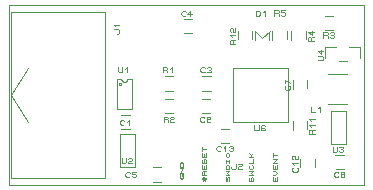
<source format=gbr>
G04 PROTEUS GERBER X2 FILE*
%TF.GenerationSoftware,Labcenter,Proteus,8.5-SP0-Build22067*%
%TF.CreationDate,2018-05-10T14:10:55+00:00*%
%TF.FileFunction,Legend,Top*%
%TF.FilePolarity,Positive*%
%TF.Part,Single*%
%FSLAX45Y45*%
%MOMM*%
G01*
%TA.AperFunction,Profile*%
%ADD28C,0.101600*%
%TA.AperFunction,Material*%
%ADD73C,0.101600*%
D28*
X-1490000Y-760000D02*
X+1510000Y-760000D01*
X+1510000Y+760000D01*
X-1490000Y+760000D01*
X-1490000Y-760000D01*
D73*
X-1480000Y+700000D02*
X-1480000Y-700000D01*
X-680000Y-700000D01*
X-680000Y+700000D01*
X-1480000Y+700000D01*
X-1480000Y+0D02*
X-1330000Y-230000D01*
X-1480000Y+0D02*
X-1330000Y+230000D01*
X-578740Y+519200D02*
X-571120Y+519200D01*
X-563500Y+525550D01*
X-563500Y+550950D01*
X-571120Y+557300D01*
X-609220Y+557300D01*
X-593980Y+582700D02*
X-609220Y+595400D01*
X-563500Y+595400D01*
X-583080Y+134960D02*
X-583080Y-115040D01*
X-580600Y-116300D02*
X-453600Y-116300D01*
X-453080Y-115040D02*
X-453080Y+134960D01*
X-543080Y+134960D02*
X-537299Y+120741D01*
X-523080Y+114960D01*
X-493080Y+134960D02*
X-498861Y+120741D01*
X-513080Y+114960D01*
X-493080Y+134960D02*
X-453080Y+134960D01*
X-543080Y+134960D02*
X-583080Y+134960D01*
X-523080Y+114960D02*
X-513080Y+114960D01*
X-543080Y+94960D02*
X-543115Y+95791D01*
X-543396Y+97455D01*
X-543986Y+99119D01*
X-544950Y+100783D01*
X-546425Y+102424D01*
X-548089Y+103625D01*
X-549753Y+104390D01*
X-551417Y+104821D01*
X-553080Y+104960D01*
X-563080Y+94960D02*
X-563045Y+95791D01*
X-562764Y+97455D01*
X-562174Y+99119D01*
X-561210Y+100783D01*
X-559735Y+102424D01*
X-558071Y+103625D01*
X-556407Y+104390D01*
X-554743Y+104821D01*
X-553080Y+104960D01*
X-563080Y+94960D02*
X-563045Y+94129D01*
X-562764Y+92465D01*
X-562174Y+90801D01*
X-561210Y+89137D01*
X-559735Y+87496D01*
X-558071Y+86295D01*
X-556407Y+85530D01*
X-554743Y+85099D01*
X-553080Y+84960D01*
X-543080Y+94960D02*
X-543115Y+94129D01*
X-543396Y+92465D01*
X-543986Y+90801D01*
X-544950Y+89137D01*
X-546425Y+87496D01*
X-548089Y+86295D01*
X-549753Y+85530D01*
X-551417Y+85099D01*
X-553080Y+84960D01*
X-571420Y+239100D02*
X-571420Y+201000D01*
X-565070Y+193380D01*
X-539670Y+193380D01*
X-533320Y+201000D01*
X-533320Y+239100D01*
X-507920Y+223860D02*
X-495220Y+239100D01*
X-495220Y+193380D01*
X-176340Y+158420D02*
X-107760Y+158420D01*
X-176340Y+36500D02*
X-105220Y+36500D01*
X-194120Y+191920D02*
X-194120Y+237640D01*
X-162370Y+237640D01*
X-156020Y+230020D01*
X-156020Y+222400D01*
X-162370Y+214780D01*
X-194120Y+214780D01*
X-162370Y+214780D02*
X-156020Y+207160D01*
X-156020Y+191920D01*
X-130620Y+222400D02*
X-117920Y+237640D01*
X-117920Y+191920D01*
X-176340Y-31580D02*
X-107760Y-31580D01*
X-176340Y-153500D02*
X-105220Y-153500D01*
X-184120Y-228080D02*
X-184120Y-182360D01*
X-152370Y-182360D01*
X-146020Y-189980D01*
X-146020Y-197600D01*
X-152370Y-205220D01*
X-184120Y-205220D01*
X-152370Y-205220D02*
X-146020Y-212840D01*
X-146020Y-228080D01*
X-126970Y-189980D02*
X-120620Y-182360D01*
X-101570Y-182360D01*
X-95220Y-189980D01*
X-95220Y-197600D01*
X-101570Y-205220D01*
X-120620Y-205220D01*
X-126970Y-212840D01*
X-126970Y-228080D01*
X-95220Y-228080D01*
X+140300Y-31580D02*
X+208880Y-31580D01*
X+140300Y-153500D02*
X+211420Y-153500D01*
X+160620Y-220460D02*
X+154270Y-228080D01*
X+135220Y-228080D01*
X+122520Y-212840D01*
X+122520Y-197600D01*
X+135220Y-182360D01*
X+154270Y-182360D01*
X+160620Y-189980D01*
X+179670Y-189980D02*
X+186020Y-182360D01*
X+205070Y-182360D01*
X+211420Y-189980D01*
X+211420Y-197600D01*
X+205070Y-205220D01*
X+186020Y-205220D01*
X+179670Y-212840D01*
X+179670Y-228080D01*
X+211420Y-228080D01*
X+143660Y+158420D02*
X+212240Y+158420D01*
X+143660Y+36500D02*
X+214780Y+36500D01*
X+163980Y+199540D02*
X+157630Y+191920D01*
X+138580Y+191920D01*
X+125880Y+207160D01*
X+125880Y+222400D01*
X+138580Y+237640D01*
X+157630Y+237640D01*
X+163980Y+230020D01*
X+183030Y+230020D02*
X+189380Y+237640D01*
X+208430Y+237640D01*
X+214780Y+230020D01*
X+214780Y+222400D01*
X+208430Y+214780D01*
X+214780Y+207160D01*
X+214780Y+199540D01*
X+208430Y+191920D01*
X+189380Y+191920D01*
X+183030Y+199540D01*
X+195730Y+214780D02*
X+208430Y+214780D01*
X+405000Y-230000D02*
X+865000Y-230000D01*
X+865000Y+230000D01*
X+405000Y+230000D01*
X+405000Y-230000D01*
X+584200Y-253500D02*
X+584200Y-291600D01*
X+590550Y-299220D01*
X+615950Y-299220D01*
X+622300Y-291600D01*
X+622300Y-253500D01*
X+673100Y-261120D02*
X+666750Y-253500D01*
X+647700Y-253500D01*
X+641350Y-261120D01*
X+641350Y-291600D01*
X+647700Y-299220D01*
X+666750Y-299220D01*
X+673100Y-291600D01*
X+673100Y-283980D01*
X+666750Y-276360D01*
X+641350Y-276360D01*
X-29520Y-684600D02*
X-29520Y-671900D01*
X-19360Y-671900D01*
X-19360Y-697300D01*
X-29520Y-710000D01*
X-39680Y-710000D01*
X-49840Y-697300D01*
X-49840Y-678250D01*
X-44760Y-671900D01*
X-19360Y-659200D02*
X-49840Y-659200D01*
X-19360Y-621100D01*
X-49840Y-621100D01*
X-19360Y-608400D02*
X-49840Y-608400D01*
X-49840Y-583000D01*
X-39680Y-570300D01*
X-29520Y-570300D01*
X-19360Y-583000D01*
X-19360Y-608400D01*
X+145240Y-691900D02*
X+145240Y-717300D01*
X+150320Y-723650D01*
X+155400Y-717300D01*
X+155400Y-698250D01*
X+160480Y-691900D01*
X+165560Y-698250D01*
X+165560Y-723650D01*
X+140160Y-710950D02*
X+170640Y-710950D01*
X+140160Y-704600D02*
X+170640Y-704600D01*
X+170640Y-679200D02*
X+140160Y-679200D01*
X+140160Y-647450D01*
X+145240Y-641100D01*
X+150320Y-641100D01*
X+155400Y-647450D01*
X+155400Y-679200D01*
X+155400Y-647450D02*
X+160480Y-641100D01*
X+170640Y-641100D01*
X+170640Y-590300D02*
X+170640Y-628400D01*
X+140160Y-628400D01*
X+140160Y-590300D01*
X+155400Y-628400D02*
X+155400Y-603000D01*
X+165560Y-577600D02*
X+170640Y-571250D01*
X+170640Y-545850D01*
X+165560Y-539500D01*
X+160480Y-539500D01*
X+155400Y-545850D01*
X+155400Y-571250D01*
X+150320Y-577600D01*
X+145240Y-577600D01*
X+140160Y-571250D01*
X+140160Y-545850D01*
X+145240Y-539500D01*
X+170640Y-488700D02*
X+170640Y-526800D01*
X+140160Y-526800D01*
X+140160Y-488700D01*
X+155400Y-526800D02*
X+155400Y-501400D01*
X+140160Y-476000D02*
X+140160Y-437900D01*
X+140160Y-456950D02*
X+170640Y-456950D01*
X+365560Y-730000D02*
X+370640Y-723650D01*
X+370640Y-698250D01*
X+365560Y-691900D01*
X+360480Y-691900D01*
X+355400Y-698250D01*
X+355400Y-723650D01*
X+350320Y-730000D01*
X+345240Y-730000D01*
X+340160Y-723650D01*
X+340160Y-698250D01*
X+345240Y-691900D01*
X+340160Y-679200D02*
X+370640Y-679200D01*
X+355400Y-660150D01*
X+370640Y-641100D01*
X+340160Y-641100D01*
X+370640Y-628400D02*
X+340160Y-628400D01*
X+340160Y-603000D01*
X+350320Y-590300D01*
X+360480Y-590300D01*
X+370640Y-603000D01*
X+370640Y-628400D01*
X+340160Y-571250D02*
X+340160Y-545850D01*
X+340160Y-558550D02*
X+370640Y-558550D01*
X+370640Y-571250D02*
X+370640Y-545850D01*
X+350320Y-526800D02*
X+340160Y-514100D01*
X+340160Y-501400D01*
X+350320Y-488700D01*
X+360480Y-488700D01*
X+370640Y-501400D01*
X+370640Y-514100D01*
X+360480Y-526800D01*
X+350320Y-526800D01*
X+565560Y-730000D02*
X+570640Y-723650D01*
X+570640Y-698250D01*
X+565560Y-691900D01*
X+560480Y-691900D01*
X+555400Y-698250D01*
X+555400Y-723650D01*
X+550320Y-730000D01*
X+545240Y-730000D01*
X+540160Y-723650D01*
X+540160Y-698250D01*
X+545240Y-691900D01*
X+540160Y-679200D02*
X+570640Y-679200D01*
X+555400Y-660150D01*
X+570640Y-641100D01*
X+540160Y-641100D01*
X+565560Y-590300D02*
X+570640Y-596650D01*
X+570640Y-615700D01*
X+560480Y-628400D01*
X+550320Y-628400D01*
X+540160Y-615700D01*
X+540160Y-596650D01*
X+545240Y-590300D01*
X+540160Y-577600D02*
X+570640Y-577600D01*
X+570640Y-539500D01*
X+540160Y-526800D02*
X+570640Y-526800D01*
X+540160Y-488700D02*
X+555400Y-507750D01*
X+570640Y-488700D01*
X+555400Y-526800D02*
X+555400Y-507750D01*
X+770640Y-691900D02*
X+770640Y-730000D01*
X+740160Y-730000D01*
X+740160Y-691900D01*
X+755400Y-730000D02*
X+755400Y-704600D01*
X+740160Y-679200D02*
X+755400Y-679200D01*
X+770640Y-660150D01*
X+755400Y-641100D01*
X+740160Y-641100D01*
X+770640Y-590300D02*
X+770640Y-628400D01*
X+740160Y-628400D01*
X+740160Y-590300D01*
X+755400Y-628400D02*
X+755400Y-603000D01*
X+770640Y-577600D02*
X+740160Y-577600D01*
X+770640Y-539500D01*
X+740160Y-539500D01*
X+740160Y-526800D02*
X+740160Y-488700D01*
X+740160Y-507750D02*
X+770640Y-507750D01*
X-473660Y-288420D02*
X-542240Y-288420D01*
X-473660Y-166500D02*
X-544780Y-166500D01*
X-519380Y-246840D02*
X-525730Y-254460D01*
X-544780Y-254460D01*
X-557480Y-239220D01*
X-557480Y-223980D01*
X-544780Y-208740D01*
X-525730Y-208740D01*
X-519380Y-216360D01*
X-493980Y-223980D02*
X-481280Y-208740D01*
X-481280Y-254460D01*
X-555390Y-607490D02*
X-428390Y-607490D01*
X-428390Y-328090D01*
X-555390Y-328090D01*
X-555390Y-607490D01*
X-541420Y-532050D02*
X-541420Y-570150D01*
X-535070Y-577770D01*
X-509670Y-577770D01*
X-503320Y-570150D01*
X-503320Y-532050D01*
X-484270Y-539670D02*
X-477920Y-532050D01*
X-458870Y-532050D01*
X-452520Y-539670D01*
X-452520Y-547290D01*
X-458870Y-554910D01*
X-477920Y-554910D01*
X-484270Y-562530D01*
X-484270Y-577770D01*
X-452520Y-577770D01*
X-276340Y-611580D02*
X-207760Y-611580D01*
X-276340Y-733500D02*
X-205220Y-733500D01*
X-471920Y-688560D02*
X-478270Y-696180D01*
X-497320Y-696180D01*
X-510020Y-680940D01*
X-510020Y-665700D01*
X-497320Y-650460D01*
X-478270Y-650460D01*
X-471920Y-658080D01*
X-421120Y-650460D02*
X-452870Y-650460D01*
X-452870Y-665700D01*
X-427470Y-665700D01*
X-421120Y-673320D01*
X-421120Y-688560D01*
X-427470Y-696180D01*
X-446520Y-696180D01*
X-452870Y-688560D01*
X+1339700Y-628420D02*
X+1271120Y-628420D01*
X+1339700Y-506500D02*
X+1268580Y-506500D01*
X+1293980Y-686840D02*
X+1287630Y-694460D01*
X+1268580Y-694460D01*
X+1255880Y-679220D01*
X+1255880Y-663980D01*
X+1268580Y-648740D01*
X+1287630Y-648740D01*
X+1293980Y-656360D01*
X+1344780Y-656360D02*
X+1338430Y-648740D01*
X+1319380Y-648740D01*
X+1313030Y-656360D01*
X+1313030Y-686840D01*
X+1319380Y-694460D01*
X+1338430Y-694460D01*
X+1344780Y-686840D01*
X+1344780Y-679220D01*
X+1338430Y-671600D01*
X+1313030Y-671600D01*
X+1232690Y-410970D02*
X+1359690Y-410970D01*
X+1359690Y-131570D01*
X+1232690Y-131570D01*
X+1232690Y-410970D01*
X+1246660Y-435530D02*
X+1246660Y-473630D01*
X+1253010Y-481250D01*
X+1278410Y-481250D01*
X+1284760Y-473630D01*
X+1284760Y-435530D01*
X+1303810Y-443150D02*
X+1310160Y-435530D01*
X+1329210Y-435530D01*
X+1335560Y-443150D01*
X+1335560Y-450770D01*
X+1329210Y-458390D01*
X+1335560Y-466010D01*
X+1335560Y-473630D01*
X+1329210Y-481250D01*
X+1310160Y-481250D01*
X+1303810Y-473630D01*
X+1316510Y-458390D02*
X+1329210Y-458390D01*
X+1474780Y+404440D02*
X+1385880Y+404440D01*
X+1368100Y+292680D02*
X+1296980Y+292680D01*
X+1474780Y+404440D02*
X+1474780Y+313000D01*
X+1185220Y+310460D02*
X+1185220Y+404440D01*
X+1271580Y+404440D01*
X+1119180Y+293950D02*
X+1157280Y+293950D01*
X+1164900Y+300300D01*
X+1164900Y+325700D01*
X+1157280Y+332050D01*
X+1119180Y+332050D01*
X+1149660Y+382850D02*
X+1149660Y+344750D01*
X+1119180Y+370150D01*
X+1164900Y+370150D01*
X+1363800Y-77000D02*
X+1203780Y-77000D01*
X+1363800Y+177000D02*
X+1203780Y+177000D01*
X+1061720Y-97320D02*
X+1061720Y-143040D01*
X+1099820Y-143040D01*
X+1125220Y-112560D02*
X+1137920Y-97320D01*
X+1137920Y-143040D01*
X+1028420Y+126340D02*
X+1028420Y+57760D01*
X+906500Y+126340D02*
X+906500Y+55220D01*
X+876840Y+80620D02*
X+884460Y+74270D01*
X+884460Y+55220D01*
X+869220Y+42520D01*
X+853980Y+42520D01*
X+838740Y+55220D01*
X+838740Y+74270D01*
X+846360Y+80620D01*
X+838740Y+99670D02*
X+838740Y+131420D01*
X+846360Y+131420D01*
X+884460Y+99670D01*
X+1249700Y+551580D02*
X+1181120Y+551580D01*
X+1249700Y+673500D02*
X+1178580Y+673500D01*
X+1165880Y+485540D02*
X+1165880Y+531260D01*
X+1197630Y+531260D01*
X+1203980Y+523640D01*
X+1203980Y+516020D01*
X+1197630Y+508400D01*
X+1165880Y+508400D01*
X+1197630Y+508400D02*
X+1203980Y+500780D01*
X+1203980Y+485540D01*
X+1223030Y+523640D02*
X+1229380Y+531260D01*
X+1248430Y+531260D01*
X+1254780Y+523640D01*
X+1254780Y+516020D01*
X+1248430Y+508400D01*
X+1254780Y+500780D01*
X+1254780Y+493160D01*
X+1248430Y+485540D01*
X+1229380Y+485540D01*
X+1223030Y+493160D01*
X+1235730Y+508400D02*
X+1248430Y+508400D01*
X+1018420Y+539700D02*
X+1018420Y+471120D01*
X+896500Y+539700D02*
X+896500Y+468580D01*
X+1084460Y+455880D02*
X+1038740Y+455880D01*
X+1038740Y+487630D01*
X+1046360Y+493980D01*
X+1053980Y+493980D01*
X+1061600Y+487630D01*
X+1061600Y+455880D01*
X+1061600Y+487630D02*
X+1069220Y+493980D01*
X+1084460Y+493980D01*
X+1069220Y+544780D02*
X+1069220Y+506680D01*
X+1038740Y+532080D01*
X+1084460Y+532080D01*
X+858420Y+539700D02*
X+858420Y+471120D01*
X+736500Y+539700D02*
X+736500Y+468580D01*
X+750800Y+673820D02*
X+750800Y+719540D01*
X+782550Y+719540D01*
X+788900Y+711920D01*
X+788900Y+704300D01*
X+782550Y+696680D01*
X+750800Y+696680D01*
X+782550Y+696680D02*
X+788900Y+689060D01*
X+788900Y+673820D01*
X+839700Y+719540D02*
X+807950Y+719540D01*
X+807950Y+704300D01*
X+833350Y+704300D01*
X+839700Y+696680D01*
X+839700Y+681440D01*
X+833350Y+673820D01*
X+814300Y+673820D01*
X+807950Y+681440D01*
X+370840Y-408420D02*
X+302260Y-408420D01*
X+370840Y-286500D02*
X+299720Y-286500D01*
X+299720Y-466840D02*
X+293370Y-474460D01*
X+274320Y-474460D01*
X+261620Y-459220D01*
X+261620Y-443980D01*
X+274320Y-428740D01*
X+293370Y-428740D01*
X+299720Y-436360D01*
X+325120Y-443980D02*
X+337820Y-428740D01*
X+337820Y-474460D01*
X+369570Y-436360D02*
X+375920Y-428740D01*
X+394970Y-428740D01*
X+401320Y-436360D01*
X+401320Y-443980D01*
X+394970Y-451600D01*
X+401320Y-459220D01*
X+401320Y-466840D01*
X+394970Y-474460D01*
X+375920Y-474460D01*
X+369570Y-466840D01*
X+382270Y-451600D02*
X+394970Y-451600D01*
X+713500Y+546500D02*
X+650000Y+483000D01*
X+586500Y+546500D01*
X+708420Y+536340D02*
X+708420Y+467760D01*
X+586500Y+536340D02*
X+586500Y+465220D01*
X+595880Y+670460D02*
X+595880Y+716180D01*
X+621280Y+716180D01*
X+633980Y+700940D01*
X+633980Y+685700D01*
X+621280Y+670460D01*
X+595880Y+670460D01*
X+659380Y+700940D02*
X+672080Y+716180D01*
X+672080Y+670460D01*
X+441580Y+473660D02*
X+441580Y+542240D01*
X+563500Y+473660D02*
X+563500Y+544780D01*
X+421260Y+430480D02*
X+375540Y+430480D01*
X+375540Y+462230D01*
X+383160Y+468580D01*
X+390780Y+468580D01*
X+398400Y+462230D01*
X+398400Y+430480D01*
X+398400Y+462230D02*
X+406020Y+468580D01*
X+421260Y+468580D01*
X+390780Y+493980D02*
X+375540Y+506680D01*
X+421260Y+506680D01*
X+383160Y+538430D02*
X+375540Y+544780D01*
X+375540Y+563830D01*
X+383160Y+570180D01*
X+390780Y+570180D01*
X+398400Y+563830D01*
X+398400Y+544780D01*
X+406020Y+538430D01*
X+421260Y+538430D01*
X+421260Y+570180D01*
X-16340Y+648420D02*
X+52240Y+648420D01*
X-16340Y+526500D02*
X+54780Y+526500D01*
X+3980Y+676360D02*
X-2370Y+668740D01*
X-21420Y+668740D01*
X-34120Y+683980D01*
X-34120Y+699220D01*
X-21420Y+714460D01*
X-2370Y+714460D01*
X+3980Y+706840D01*
X+54780Y+683980D02*
X+16680Y+683980D01*
X+42080Y+714460D01*
X+42080Y+668740D01*
X+971580Y-609700D02*
X+971580Y-541120D01*
X+1093500Y-609700D02*
X+1093500Y-538580D01*
X+943640Y-614780D02*
X+951260Y-621130D01*
X+951260Y-640180D01*
X+936020Y-652880D01*
X+920780Y-652880D01*
X+905540Y-640180D01*
X+905540Y-621130D01*
X+913160Y-614780D01*
X+920780Y-589380D02*
X+905540Y-576680D01*
X+951260Y-576680D01*
X+913160Y-544930D02*
X+905540Y-538580D01*
X+905540Y-519530D01*
X+913160Y-513180D01*
X+920780Y-513180D01*
X+928400Y-519530D01*
X+928400Y-538580D01*
X+936020Y-544930D01*
X+951260Y-544930D01*
X+951260Y-513180D01*
X+1028420Y-220300D02*
X+1028420Y-288880D01*
X+906500Y-220300D02*
X+906500Y-291420D01*
X+1094460Y-329520D02*
X+1048740Y-329520D01*
X+1048740Y-297770D01*
X+1056360Y-291420D01*
X+1063980Y-291420D01*
X+1071600Y-297770D01*
X+1071600Y-329520D01*
X+1071600Y-297770D02*
X+1079220Y-291420D01*
X+1094460Y-291420D01*
X+1063980Y-266020D02*
X+1048740Y-253320D01*
X+1094460Y-253320D01*
X+1063980Y-215220D02*
X+1048740Y-202520D01*
X+1094460Y-202520D01*
X+389200Y-609520D02*
X+389200Y-617140D01*
X+395550Y-624760D01*
X+420950Y-624760D01*
X+427300Y-617140D01*
X+427300Y-579040D01*
X+446350Y-586660D02*
X+452700Y-579040D01*
X+471750Y-579040D01*
X+478100Y-586660D01*
X+478100Y-594280D01*
X+471750Y-601900D01*
X+452700Y-601900D01*
X+446350Y-609520D01*
X+446350Y-624760D01*
X+478100Y-624760D01*
M02*

</source>
